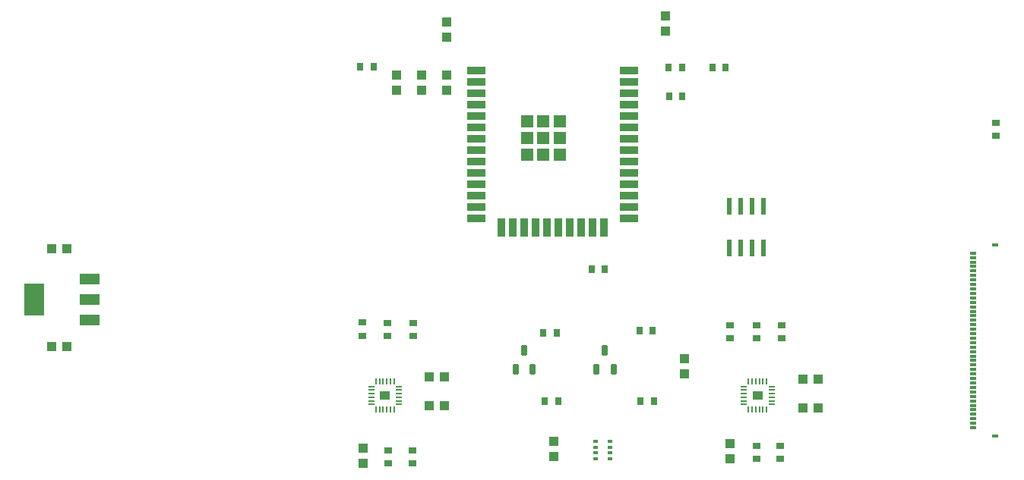
<source format=gtp>
G04*
G04 #@! TF.GenerationSoftware,Altium Limited,Altium Designer,20.1.12 (249)*
G04*
G04 Layer_Color=8421504*
%FSLAX25Y25*%
%MOIN*%
G70*
G04*
G04 #@! TF.SameCoordinates,D2DC16A5-891C-47F1-9DBA-B4DE5785F593*
G04*
G04*
G04 #@! TF.FilePolarity,Positive*
G04*
G01*
G75*
%ADD19R,0.02200X0.07800*%
%ADD20R,0.03543X0.02756*%
%ADD21R,0.03150X0.01575*%
%ADD22R,0.03150X0.01181*%
%ADD23R,0.08661X0.14173*%
%ADD24R,0.08800X0.04800*%
%ADD25R,0.03937X0.04331*%
%ADD26R,0.04331X0.03937*%
%ADD27R,0.05236X0.05236*%
%ADD28R,0.07874X0.03543*%
%ADD29R,0.03543X0.07874*%
%ADD30R,0.02756X0.03543*%
G04:AMPARAMS|DCode=31|XSize=25.2mil|YSize=8.66mil|CornerRadius=1.08mil|HoleSize=0mil|Usage=FLASHONLY|Rotation=0.000|XOffset=0mil|YOffset=0mil|HoleType=Round|Shape=RoundedRectangle|*
%AMROUNDEDRECTD31*
21,1,0.02520,0.00650,0,0,0.0*
21,1,0.02303,0.00866,0,0,0.0*
1,1,0.00217,0.01152,-0.00325*
1,1,0.00217,-0.01152,-0.00325*
1,1,0.00217,-0.01152,0.00325*
1,1,0.00217,0.01152,0.00325*
%
%ADD31ROUNDEDRECTD31*%
G04:AMPARAMS|DCode=32|XSize=8.66mil|YSize=25.2mil|CornerRadius=1.08mil|HoleSize=0mil|Usage=FLASHONLY|Rotation=0.000|XOffset=0mil|YOffset=0mil|HoleType=Round|Shape=RoundedRectangle|*
%AMROUNDEDRECTD32*
21,1,0.00866,0.02303,0,0,0.0*
21,1,0.00650,0.02520,0,0,0.0*
1,1,0.00217,0.00325,-0.01152*
1,1,0.00217,-0.00325,-0.01152*
1,1,0.00217,-0.00325,0.01152*
1,1,0.00217,0.00325,0.01152*
%
%ADD32ROUNDEDRECTD32*%
G04:AMPARAMS|DCode=33|XSize=48.42mil|YSize=23.62mil|CornerRadius=2.95mil|HoleSize=0mil|Usage=FLASHONLY|Rotation=90.000|XOffset=0mil|YOffset=0mil|HoleType=Round|Shape=RoundedRectangle|*
%AMROUNDEDRECTD33*
21,1,0.04842,0.01772,0,0,90.0*
21,1,0.04252,0.02362,0,0,90.0*
1,1,0.00591,0.00886,0.02126*
1,1,0.00591,0.00886,-0.02126*
1,1,0.00591,-0.00886,-0.02126*
1,1,0.00591,-0.00886,0.02126*
%
%ADD33ROUNDEDRECTD33*%
%ADD34R,0.01968X0.01378*%
G36*
X165617Y96083D02*
X161383D01*
Y99917D01*
X165617D01*
Y96083D01*
D02*
G37*
G36*
X329117D02*
X324884D01*
Y99917D01*
X329117D01*
Y96083D01*
D02*
G37*
D19*
X329500Y162700D02*
D03*
X324500D02*
D03*
X319500D02*
D03*
X314500D02*
D03*
Y181300D02*
D03*
X319500D02*
D03*
X324500D02*
D03*
X329500D02*
D03*
D20*
X164500Y124000D02*
D03*
Y129906D02*
D03*
X431500Y217953D02*
D03*
Y212047D02*
D03*
X337000Y70000D02*
D03*
Y75906D02*
D03*
X326500Y128906D02*
D03*
Y123000D02*
D03*
X315000Y128906D02*
D03*
Y123000D02*
D03*
X337500Y128906D02*
D03*
Y123000D02*
D03*
X326500Y70000D02*
D03*
Y75906D02*
D03*
X175500Y68000D02*
D03*
Y73906D02*
D03*
X176000Y129906D02*
D03*
Y124000D02*
D03*
X153500Y130000D02*
D03*
Y124094D02*
D03*
X165000Y68000D02*
D03*
Y73906D02*
D03*
D21*
X431343Y164299D02*
D03*
Y80047D02*
D03*
D22*
X421500Y83787D02*
D03*
Y85756D02*
D03*
Y87724D02*
D03*
Y89693D02*
D03*
Y91661D02*
D03*
Y93630D02*
D03*
Y95598D02*
D03*
Y97567D02*
D03*
Y99535D02*
D03*
Y101504D02*
D03*
Y103472D02*
D03*
Y105441D02*
D03*
Y107409D02*
D03*
Y109378D02*
D03*
Y111346D02*
D03*
Y113315D02*
D03*
Y115283D02*
D03*
Y117252D02*
D03*
Y119220D02*
D03*
Y121189D02*
D03*
Y123157D02*
D03*
Y125126D02*
D03*
Y127094D02*
D03*
Y129063D02*
D03*
Y131032D02*
D03*
Y133000D02*
D03*
Y134969D02*
D03*
Y136937D02*
D03*
Y138906D02*
D03*
Y140874D02*
D03*
Y142843D02*
D03*
Y144811D02*
D03*
Y146780D02*
D03*
Y148748D02*
D03*
Y150717D02*
D03*
Y152685D02*
D03*
Y154654D02*
D03*
Y156622D02*
D03*
Y158591D02*
D03*
Y160559D02*
D03*
D23*
X9599Y140100D02*
D03*
D24*
X34000Y149200D02*
D03*
Y140100D02*
D03*
Y131000D02*
D03*
D25*
X179500Y238693D02*
D03*
Y232000D02*
D03*
X190500Y238693D02*
D03*
Y232000D02*
D03*
Y255500D02*
D03*
Y262193D02*
D03*
X286500Y264693D02*
D03*
Y258000D02*
D03*
X168500Y238693D02*
D03*
Y232000D02*
D03*
X295000Y114193D02*
D03*
Y107500D02*
D03*
X315000Y76693D02*
D03*
Y70000D02*
D03*
X237500Y77693D02*
D03*
Y71000D02*
D03*
X154000Y68000D02*
D03*
Y74693D02*
D03*
D26*
X24000Y119500D02*
D03*
X17307D02*
D03*
X353500Y92500D02*
D03*
X346807D02*
D03*
X182807Y93500D02*
D03*
X189500D02*
D03*
X24000Y162500D02*
D03*
X17307D02*
D03*
X346807Y105000D02*
D03*
X353500D02*
D03*
X189500Y106000D02*
D03*
X182807D02*
D03*
D27*
X240287Y203957D02*
D03*
X233063D02*
D03*
X225839D02*
D03*
X240287Y211181D02*
D03*
X233063D02*
D03*
X225839D02*
D03*
X240287Y218406D02*
D03*
X233063D02*
D03*
X225839D02*
D03*
D28*
X270465Y240709D02*
D03*
Y235709D02*
D03*
Y230709D02*
D03*
Y225709D02*
D03*
Y220709D02*
D03*
Y215709D02*
D03*
Y210709D02*
D03*
Y205709D02*
D03*
Y200709D02*
D03*
Y195709D02*
D03*
Y190709D02*
D03*
Y185709D02*
D03*
Y180709D02*
D03*
Y175709D02*
D03*
X203535D02*
D03*
Y180709D02*
D03*
Y185709D02*
D03*
Y190709D02*
D03*
Y195709D02*
D03*
Y200709D02*
D03*
Y205709D02*
D03*
Y210709D02*
D03*
Y215709D02*
D03*
Y220709D02*
D03*
Y225709D02*
D03*
Y230709D02*
D03*
Y235709D02*
D03*
Y240709D02*
D03*
D29*
X259500Y171772D02*
D03*
X254500D02*
D03*
X249500D02*
D03*
X244500D02*
D03*
X239500D02*
D03*
X234500D02*
D03*
X229500D02*
D03*
X224500D02*
D03*
X219500D02*
D03*
X214500D02*
D03*
D30*
X158500Y242500D02*
D03*
X152594D02*
D03*
X313000Y242000D02*
D03*
X307094D02*
D03*
X288094Y229500D02*
D03*
X294000D02*
D03*
X254094Y153500D02*
D03*
X260000D02*
D03*
X288047Y242000D02*
D03*
X293953D02*
D03*
X275094Y126500D02*
D03*
X281000D02*
D03*
X281500Y95500D02*
D03*
X275594D02*
D03*
X233000Y125500D02*
D03*
X238906D02*
D03*
X239500Y95500D02*
D03*
X233594D02*
D03*
D31*
X320917Y101937D02*
D03*
Y100362D02*
D03*
Y98787D02*
D03*
Y97213D02*
D03*
Y95638D02*
D03*
Y94063D02*
D03*
X333083D02*
D03*
Y95638D02*
D03*
Y97213D02*
D03*
Y98787D02*
D03*
Y100362D02*
D03*
Y101937D02*
D03*
X157417D02*
D03*
Y100362D02*
D03*
Y98787D02*
D03*
Y97213D02*
D03*
Y95638D02*
D03*
Y94063D02*
D03*
X169583D02*
D03*
Y95638D02*
D03*
Y97213D02*
D03*
Y98787D02*
D03*
Y100362D02*
D03*
Y101937D02*
D03*
D32*
X323063Y91917D02*
D03*
X324638D02*
D03*
X326213D02*
D03*
X327787D02*
D03*
X329362D02*
D03*
X330937D02*
D03*
Y104083D02*
D03*
X329362D02*
D03*
X327787D02*
D03*
X326213D02*
D03*
X324638D02*
D03*
X323063D02*
D03*
X159563Y91917D02*
D03*
X161138D02*
D03*
X162713D02*
D03*
X164287D02*
D03*
X165862D02*
D03*
X167437D02*
D03*
Y104083D02*
D03*
X165862D02*
D03*
X164287D02*
D03*
X162713D02*
D03*
X161138D02*
D03*
X159563D02*
D03*
D33*
X256260Y109327D02*
D03*
X260000Y117673D02*
D03*
X263740Y109327D02*
D03*
X220760D02*
D03*
X224500Y117673D02*
D03*
X228240Y109327D02*
D03*
D34*
X255850Y72720D02*
D03*
X262150D02*
D03*
X255850Y75280D02*
D03*
X262150D02*
D03*
Y70161D02*
D03*
X255850D02*
D03*
Y77839D02*
D03*
X262150D02*
D03*
M02*

</source>
